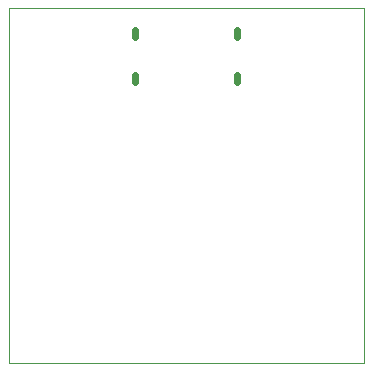
<source format=gbr>
%TF.GenerationSoftware,KiCad,Pcbnew,7.0.11-2.fc38*%
%TF.CreationDate,2024-03-11T20:51:48+00:00*%
%TF.ProjectId,tonie-charger-pd,746f6e69-652d-4636-9861-726765722d70,rev?*%
%TF.SameCoordinates,Original*%
%TF.FileFunction,Profile,NP*%
%FSLAX46Y46*%
G04 Gerber Fmt 4.6, Leading zero omitted, Abs format (unit mm)*
G04 Created by KiCad (PCBNEW 7.0.11-2.fc38) date 2024-03-11 20:51:48*
%MOMM*%
%LPD*%
G01*
G04 APERTURE LIST*
%TA.AperFunction,Profile*%
%ADD10C,0.050000*%
%TD*%
%TA.AperFunction,Profile*%
%ADD11C,0.609600*%
%TD*%
G04 APERTURE END LIST*
D10*
X100000000Y-100000000D02*
X130000000Y-100000000D01*
X130000000Y-130000000D01*
X100000000Y-130000000D01*
X100000000Y-100000000D01*
D11*
%TO.C,J1*%
X110679998Y-101827894D02*
X110679998Y-102412094D01*
X110679998Y-105627894D02*
X110679998Y-106212094D01*
X119320002Y-105627894D02*
X119320002Y-106212094D01*
X119320002Y-101827894D02*
X119320002Y-102412094D01*
%TD*%
M02*

</source>
